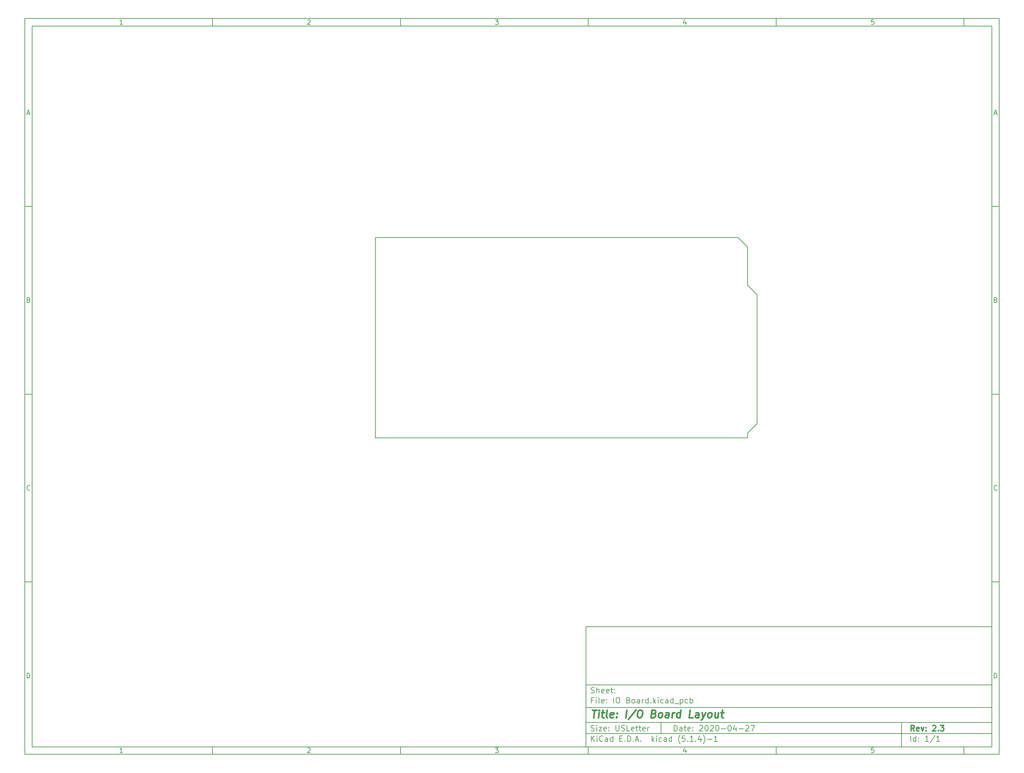
<source format=gbr>
G04 #@! TF.GenerationSoftware,KiCad,Pcbnew,(5.1.4)-1*
G04 #@! TF.CreationDate,2020-05-01T18:49:37-04:00*
G04 #@! TF.ProjectId,IO Board,494f2042-6f61-4726-942e-6b696361645f,2.3*
G04 #@! TF.SameCoordinates,Original*
G04 #@! TF.FileFunction,Profile,NP*
%FSLAX46Y46*%
G04 Gerber Fmt 4.6, Leading zero omitted, Abs format (unit mm)*
G04 Created by KiCad (PCBNEW (5.1.4)-1) date 2020-05-01 18:49:37*
%MOMM*%
%LPD*%
G04 APERTURE LIST*
%ADD10C,0.100000*%
%ADD11C,0.150000*%
%ADD12C,0.300000*%
%ADD13C,0.400000*%
G04 APERTURE END LIST*
D10*
D11*
X159400000Y-171900000D02*
X159400000Y-203900000D01*
X267400000Y-203900000D01*
X267400000Y-171900000D01*
X159400000Y-171900000D01*
D10*
D11*
X10000000Y-10000000D02*
X10000000Y-205900000D01*
X269400000Y-205900000D01*
X269400000Y-10000000D01*
X10000000Y-10000000D01*
D10*
D11*
X12000000Y-12000000D02*
X12000000Y-203900000D01*
X267400000Y-203900000D01*
X267400000Y-12000000D01*
X12000000Y-12000000D01*
D10*
D11*
X60000000Y-12000000D02*
X60000000Y-10000000D01*
D10*
D11*
X110000000Y-12000000D02*
X110000000Y-10000000D01*
D10*
D11*
X160000000Y-12000000D02*
X160000000Y-10000000D01*
D10*
D11*
X210000000Y-12000000D02*
X210000000Y-10000000D01*
D10*
D11*
X260000000Y-12000000D02*
X260000000Y-10000000D01*
D10*
D11*
X36065476Y-11588095D02*
X35322619Y-11588095D01*
X35694047Y-11588095D02*
X35694047Y-10288095D01*
X35570238Y-10473809D01*
X35446428Y-10597619D01*
X35322619Y-10659523D01*
D10*
D11*
X85322619Y-10411904D02*
X85384523Y-10350000D01*
X85508333Y-10288095D01*
X85817857Y-10288095D01*
X85941666Y-10350000D01*
X86003571Y-10411904D01*
X86065476Y-10535714D01*
X86065476Y-10659523D01*
X86003571Y-10845238D01*
X85260714Y-11588095D01*
X86065476Y-11588095D01*
D10*
D11*
X135260714Y-10288095D02*
X136065476Y-10288095D01*
X135632142Y-10783333D01*
X135817857Y-10783333D01*
X135941666Y-10845238D01*
X136003571Y-10907142D01*
X136065476Y-11030952D01*
X136065476Y-11340476D01*
X136003571Y-11464285D01*
X135941666Y-11526190D01*
X135817857Y-11588095D01*
X135446428Y-11588095D01*
X135322619Y-11526190D01*
X135260714Y-11464285D01*
D10*
D11*
X185941666Y-10721428D02*
X185941666Y-11588095D01*
X185632142Y-10226190D02*
X185322619Y-11154761D01*
X186127380Y-11154761D01*
D10*
D11*
X236003571Y-10288095D02*
X235384523Y-10288095D01*
X235322619Y-10907142D01*
X235384523Y-10845238D01*
X235508333Y-10783333D01*
X235817857Y-10783333D01*
X235941666Y-10845238D01*
X236003571Y-10907142D01*
X236065476Y-11030952D01*
X236065476Y-11340476D01*
X236003571Y-11464285D01*
X235941666Y-11526190D01*
X235817857Y-11588095D01*
X235508333Y-11588095D01*
X235384523Y-11526190D01*
X235322619Y-11464285D01*
D10*
D11*
X60000000Y-203900000D02*
X60000000Y-205900000D01*
D10*
D11*
X110000000Y-203900000D02*
X110000000Y-205900000D01*
D10*
D11*
X160000000Y-203900000D02*
X160000000Y-205900000D01*
D10*
D11*
X210000000Y-203900000D02*
X210000000Y-205900000D01*
D10*
D11*
X260000000Y-203900000D02*
X260000000Y-205900000D01*
D10*
D11*
X36065476Y-205488095D02*
X35322619Y-205488095D01*
X35694047Y-205488095D02*
X35694047Y-204188095D01*
X35570238Y-204373809D01*
X35446428Y-204497619D01*
X35322619Y-204559523D01*
D10*
D11*
X85322619Y-204311904D02*
X85384523Y-204250000D01*
X85508333Y-204188095D01*
X85817857Y-204188095D01*
X85941666Y-204250000D01*
X86003571Y-204311904D01*
X86065476Y-204435714D01*
X86065476Y-204559523D01*
X86003571Y-204745238D01*
X85260714Y-205488095D01*
X86065476Y-205488095D01*
D10*
D11*
X135260714Y-204188095D02*
X136065476Y-204188095D01*
X135632142Y-204683333D01*
X135817857Y-204683333D01*
X135941666Y-204745238D01*
X136003571Y-204807142D01*
X136065476Y-204930952D01*
X136065476Y-205240476D01*
X136003571Y-205364285D01*
X135941666Y-205426190D01*
X135817857Y-205488095D01*
X135446428Y-205488095D01*
X135322619Y-205426190D01*
X135260714Y-205364285D01*
D10*
D11*
X185941666Y-204621428D02*
X185941666Y-205488095D01*
X185632142Y-204126190D02*
X185322619Y-205054761D01*
X186127380Y-205054761D01*
D10*
D11*
X236003571Y-204188095D02*
X235384523Y-204188095D01*
X235322619Y-204807142D01*
X235384523Y-204745238D01*
X235508333Y-204683333D01*
X235817857Y-204683333D01*
X235941666Y-204745238D01*
X236003571Y-204807142D01*
X236065476Y-204930952D01*
X236065476Y-205240476D01*
X236003571Y-205364285D01*
X235941666Y-205426190D01*
X235817857Y-205488095D01*
X235508333Y-205488095D01*
X235384523Y-205426190D01*
X235322619Y-205364285D01*
D10*
D11*
X10000000Y-60000000D02*
X12000000Y-60000000D01*
D10*
D11*
X10000000Y-110000000D02*
X12000000Y-110000000D01*
D10*
D11*
X10000000Y-160000000D02*
X12000000Y-160000000D01*
D10*
D11*
X10690476Y-35216666D02*
X11309523Y-35216666D01*
X10566666Y-35588095D02*
X11000000Y-34288095D01*
X11433333Y-35588095D01*
D10*
D11*
X11092857Y-84907142D02*
X11278571Y-84969047D01*
X11340476Y-85030952D01*
X11402380Y-85154761D01*
X11402380Y-85340476D01*
X11340476Y-85464285D01*
X11278571Y-85526190D01*
X11154761Y-85588095D01*
X10659523Y-85588095D01*
X10659523Y-84288095D01*
X11092857Y-84288095D01*
X11216666Y-84350000D01*
X11278571Y-84411904D01*
X11340476Y-84535714D01*
X11340476Y-84659523D01*
X11278571Y-84783333D01*
X11216666Y-84845238D01*
X11092857Y-84907142D01*
X10659523Y-84907142D01*
D10*
D11*
X11402380Y-135464285D02*
X11340476Y-135526190D01*
X11154761Y-135588095D01*
X11030952Y-135588095D01*
X10845238Y-135526190D01*
X10721428Y-135402380D01*
X10659523Y-135278571D01*
X10597619Y-135030952D01*
X10597619Y-134845238D01*
X10659523Y-134597619D01*
X10721428Y-134473809D01*
X10845238Y-134350000D01*
X11030952Y-134288095D01*
X11154761Y-134288095D01*
X11340476Y-134350000D01*
X11402380Y-134411904D01*
D10*
D11*
X10659523Y-185588095D02*
X10659523Y-184288095D01*
X10969047Y-184288095D01*
X11154761Y-184350000D01*
X11278571Y-184473809D01*
X11340476Y-184597619D01*
X11402380Y-184845238D01*
X11402380Y-185030952D01*
X11340476Y-185278571D01*
X11278571Y-185402380D01*
X11154761Y-185526190D01*
X10969047Y-185588095D01*
X10659523Y-185588095D01*
D10*
D11*
X269400000Y-60000000D02*
X267400000Y-60000000D01*
D10*
D11*
X269400000Y-110000000D02*
X267400000Y-110000000D01*
D10*
D11*
X269400000Y-160000000D02*
X267400000Y-160000000D01*
D10*
D11*
X268090476Y-35216666D02*
X268709523Y-35216666D01*
X267966666Y-35588095D02*
X268400000Y-34288095D01*
X268833333Y-35588095D01*
D10*
D11*
X268492857Y-84907142D02*
X268678571Y-84969047D01*
X268740476Y-85030952D01*
X268802380Y-85154761D01*
X268802380Y-85340476D01*
X268740476Y-85464285D01*
X268678571Y-85526190D01*
X268554761Y-85588095D01*
X268059523Y-85588095D01*
X268059523Y-84288095D01*
X268492857Y-84288095D01*
X268616666Y-84350000D01*
X268678571Y-84411904D01*
X268740476Y-84535714D01*
X268740476Y-84659523D01*
X268678571Y-84783333D01*
X268616666Y-84845238D01*
X268492857Y-84907142D01*
X268059523Y-84907142D01*
D10*
D11*
X268802380Y-135464285D02*
X268740476Y-135526190D01*
X268554761Y-135588095D01*
X268430952Y-135588095D01*
X268245238Y-135526190D01*
X268121428Y-135402380D01*
X268059523Y-135278571D01*
X267997619Y-135030952D01*
X267997619Y-134845238D01*
X268059523Y-134597619D01*
X268121428Y-134473809D01*
X268245238Y-134350000D01*
X268430952Y-134288095D01*
X268554761Y-134288095D01*
X268740476Y-134350000D01*
X268802380Y-134411904D01*
D10*
D11*
X268059523Y-185588095D02*
X268059523Y-184288095D01*
X268369047Y-184288095D01*
X268554761Y-184350000D01*
X268678571Y-184473809D01*
X268740476Y-184597619D01*
X268802380Y-184845238D01*
X268802380Y-185030952D01*
X268740476Y-185278571D01*
X268678571Y-185402380D01*
X268554761Y-185526190D01*
X268369047Y-185588095D01*
X268059523Y-185588095D01*
D10*
D11*
X182832142Y-199678571D02*
X182832142Y-198178571D01*
X183189285Y-198178571D01*
X183403571Y-198250000D01*
X183546428Y-198392857D01*
X183617857Y-198535714D01*
X183689285Y-198821428D01*
X183689285Y-199035714D01*
X183617857Y-199321428D01*
X183546428Y-199464285D01*
X183403571Y-199607142D01*
X183189285Y-199678571D01*
X182832142Y-199678571D01*
X184975000Y-199678571D02*
X184975000Y-198892857D01*
X184903571Y-198750000D01*
X184760714Y-198678571D01*
X184475000Y-198678571D01*
X184332142Y-198750000D01*
X184975000Y-199607142D02*
X184832142Y-199678571D01*
X184475000Y-199678571D01*
X184332142Y-199607142D01*
X184260714Y-199464285D01*
X184260714Y-199321428D01*
X184332142Y-199178571D01*
X184475000Y-199107142D01*
X184832142Y-199107142D01*
X184975000Y-199035714D01*
X185475000Y-198678571D02*
X186046428Y-198678571D01*
X185689285Y-198178571D02*
X185689285Y-199464285D01*
X185760714Y-199607142D01*
X185903571Y-199678571D01*
X186046428Y-199678571D01*
X187117857Y-199607142D02*
X186975000Y-199678571D01*
X186689285Y-199678571D01*
X186546428Y-199607142D01*
X186475000Y-199464285D01*
X186475000Y-198892857D01*
X186546428Y-198750000D01*
X186689285Y-198678571D01*
X186975000Y-198678571D01*
X187117857Y-198750000D01*
X187189285Y-198892857D01*
X187189285Y-199035714D01*
X186475000Y-199178571D01*
X187832142Y-199535714D02*
X187903571Y-199607142D01*
X187832142Y-199678571D01*
X187760714Y-199607142D01*
X187832142Y-199535714D01*
X187832142Y-199678571D01*
X187832142Y-198750000D02*
X187903571Y-198821428D01*
X187832142Y-198892857D01*
X187760714Y-198821428D01*
X187832142Y-198750000D01*
X187832142Y-198892857D01*
X189617857Y-198321428D02*
X189689285Y-198250000D01*
X189832142Y-198178571D01*
X190189285Y-198178571D01*
X190332142Y-198250000D01*
X190403571Y-198321428D01*
X190475000Y-198464285D01*
X190475000Y-198607142D01*
X190403571Y-198821428D01*
X189546428Y-199678571D01*
X190475000Y-199678571D01*
X191403571Y-198178571D02*
X191546428Y-198178571D01*
X191689285Y-198250000D01*
X191760714Y-198321428D01*
X191832142Y-198464285D01*
X191903571Y-198750000D01*
X191903571Y-199107142D01*
X191832142Y-199392857D01*
X191760714Y-199535714D01*
X191689285Y-199607142D01*
X191546428Y-199678571D01*
X191403571Y-199678571D01*
X191260714Y-199607142D01*
X191189285Y-199535714D01*
X191117857Y-199392857D01*
X191046428Y-199107142D01*
X191046428Y-198750000D01*
X191117857Y-198464285D01*
X191189285Y-198321428D01*
X191260714Y-198250000D01*
X191403571Y-198178571D01*
X192475000Y-198321428D02*
X192546428Y-198250000D01*
X192689285Y-198178571D01*
X193046428Y-198178571D01*
X193189285Y-198250000D01*
X193260714Y-198321428D01*
X193332142Y-198464285D01*
X193332142Y-198607142D01*
X193260714Y-198821428D01*
X192403571Y-199678571D01*
X193332142Y-199678571D01*
X194260714Y-198178571D02*
X194403571Y-198178571D01*
X194546428Y-198250000D01*
X194617857Y-198321428D01*
X194689285Y-198464285D01*
X194760714Y-198750000D01*
X194760714Y-199107142D01*
X194689285Y-199392857D01*
X194617857Y-199535714D01*
X194546428Y-199607142D01*
X194403571Y-199678571D01*
X194260714Y-199678571D01*
X194117857Y-199607142D01*
X194046428Y-199535714D01*
X193975000Y-199392857D01*
X193903571Y-199107142D01*
X193903571Y-198750000D01*
X193975000Y-198464285D01*
X194046428Y-198321428D01*
X194117857Y-198250000D01*
X194260714Y-198178571D01*
X195403571Y-199107142D02*
X196546428Y-199107142D01*
X197546428Y-198178571D02*
X197689285Y-198178571D01*
X197832142Y-198250000D01*
X197903571Y-198321428D01*
X197975000Y-198464285D01*
X198046428Y-198750000D01*
X198046428Y-199107142D01*
X197975000Y-199392857D01*
X197903571Y-199535714D01*
X197832142Y-199607142D01*
X197689285Y-199678571D01*
X197546428Y-199678571D01*
X197403571Y-199607142D01*
X197332142Y-199535714D01*
X197260714Y-199392857D01*
X197189285Y-199107142D01*
X197189285Y-198750000D01*
X197260714Y-198464285D01*
X197332142Y-198321428D01*
X197403571Y-198250000D01*
X197546428Y-198178571D01*
X199332142Y-198678571D02*
X199332142Y-199678571D01*
X198975000Y-198107142D02*
X198617857Y-199178571D01*
X199546428Y-199178571D01*
X200117857Y-199107142D02*
X201260714Y-199107142D01*
X201903571Y-198321428D02*
X201975000Y-198250000D01*
X202117857Y-198178571D01*
X202475000Y-198178571D01*
X202617857Y-198250000D01*
X202689285Y-198321428D01*
X202760714Y-198464285D01*
X202760714Y-198607142D01*
X202689285Y-198821428D01*
X201832142Y-199678571D01*
X202760714Y-199678571D01*
X203260714Y-198178571D02*
X204260714Y-198178571D01*
X203617857Y-199678571D01*
D10*
D11*
X159400000Y-200400000D02*
X267400000Y-200400000D01*
D10*
D11*
X160832142Y-202478571D02*
X160832142Y-200978571D01*
X161689285Y-202478571D02*
X161046428Y-201621428D01*
X161689285Y-200978571D02*
X160832142Y-201835714D01*
X162332142Y-202478571D02*
X162332142Y-201478571D01*
X162332142Y-200978571D02*
X162260714Y-201050000D01*
X162332142Y-201121428D01*
X162403571Y-201050000D01*
X162332142Y-200978571D01*
X162332142Y-201121428D01*
X163903571Y-202335714D02*
X163832142Y-202407142D01*
X163617857Y-202478571D01*
X163475000Y-202478571D01*
X163260714Y-202407142D01*
X163117857Y-202264285D01*
X163046428Y-202121428D01*
X162975000Y-201835714D01*
X162975000Y-201621428D01*
X163046428Y-201335714D01*
X163117857Y-201192857D01*
X163260714Y-201050000D01*
X163475000Y-200978571D01*
X163617857Y-200978571D01*
X163832142Y-201050000D01*
X163903571Y-201121428D01*
X165189285Y-202478571D02*
X165189285Y-201692857D01*
X165117857Y-201550000D01*
X164975000Y-201478571D01*
X164689285Y-201478571D01*
X164546428Y-201550000D01*
X165189285Y-202407142D02*
X165046428Y-202478571D01*
X164689285Y-202478571D01*
X164546428Y-202407142D01*
X164475000Y-202264285D01*
X164475000Y-202121428D01*
X164546428Y-201978571D01*
X164689285Y-201907142D01*
X165046428Y-201907142D01*
X165189285Y-201835714D01*
X166546428Y-202478571D02*
X166546428Y-200978571D01*
X166546428Y-202407142D02*
X166403571Y-202478571D01*
X166117857Y-202478571D01*
X165975000Y-202407142D01*
X165903571Y-202335714D01*
X165832142Y-202192857D01*
X165832142Y-201764285D01*
X165903571Y-201621428D01*
X165975000Y-201550000D01*
X166117857Y-201478571D01*
X166403571Y-201478571D01*
X166546428Y-201550000D01*
X168403571Y-201692857D02*
X168903571Y-201692857D01*
X169117857Y-202478571D02*
X168403571Y-202478571D01*
X168403571Y-200978571D01*
X169117857Y-200978571D01*
X169760714Y-202335714D02*
X169832142Y-202407142D01*
X169760714Y-202478571D01*
X169689285Y-202407142D01*
X169760714Y-202335714D01*
X169760714Y-202478571D01*
X170475000Y-202478571D02*
X170475000Y-200978571D01*
X170832142Y-200978571D01*
X171046428Y-201050000D01*
X171189285Y-201192857D01*
X171260714Y-201335714D01*
X171332142Y-201621428D01*
X171332142Y-201835714D01*
X171260714Y-202121428D01*
X171189285Y-202264285D01*
X171046428Y-202407142D01*
X170832142Y-202478571D01*
X170475000Y-202478571D01*
X171975000Y-202335714D02*
X172046428Y-202407142D01*
X171975000Y-202478571D01*
X171903571Y-202407142D01*
X171975000Y-202335714D01*
X171975000Y-202478571D01*
X172617857Y-202050000D02*
X173332142Y-202050000D01*
X172475000Y-202478571D02*
X172975000Y-200978571D01*
X173475000Y-202478571D01*
X173975000Y-202335714D02*
X174046428Y-202407142D01*
X173975000Y-202478571D01*
X173903571Y-202407142D01*
X173975000Y-202335714D01*
X173975000Y-202478571D01*
X176975000Y-202478571D02*
X176975000Y-200978571D01*
X177117857Y-201907142D02*
X177546428Y-202478571D01*
X177546428Y-201478571D02*
X176975000Y-202050000D01*
X178189285Y-202478571D02*
X178189285Y-201478571D01*
X178189285Y-200978571D02*
X178117857Y-201050000D01*
X178189285Y-201121428D01*
X178260714Y-201050000D01*
X178189285Y-200978571D01*
X178189285Y-201121428D01*
X179546428Y-202407142D02*
X179403571Y-202478571D01*
X179117857Y-202478571D01*
X178975000Y-202407142D01*
X178903571Y-202335714D01*
X178832142Y-202192857D01*
X178832142Y-201764285D01*
X178903571Y-201621428D01*
X178975000Y-201550000D01*
X179117857Y-201478571D01*
X179403571Y-201478571D01*
X179546428Y-201550000D01*
X180832142Y-202478571D02*
X180832142Y-201692857D01*
X180760714Y-201550000D01*
X180617857Y-201478571D01*
X180332142Y-201478571D01*
X180189285Y-201550000D01*
X180832142Y-202407142D02*
X180689285Y-202478571D01*
X180332142Y-202478571D01*
X180189285Y-202407142D01*
X180117857Y-202264285D01*
X180117857Y-202121428D01*
X180189285Y-201978571D01*
X180332142Y-201907142D01*
X180689285Y-201907142D01*
X180832142Y-201835714D01*
X182189285Y-202478571D02*
X182189285Y-200978571D01*
X182189285Y-202407142D02*
X182046428Y-202478571D01*
X181760714Y-202478571D01*
X181617857Y-202407142D01*
X181546428Y-202335714D01*
X181475000Y-202192857D01*
X181475000Y-201764285D01*
X181546428Y-201621428D01*
X181617857Y-201550000D01*
X181760714Y-201478571D01*
X182046428Y-201478571D01*
X182189285Y-201550000D01*
X184475000Y-203050000D02*
X184403571Y-202978571D01*
X184260714Y-202764285D01*
X184189285Y-202621428D01*
X184117857Y-202407142D01*
X184046428Y-202050000D01*
X184046428Y-201764285D01*
X184117857Y-201407142D01*
X184189285Y-201192857D01*
X184260714Y-201050000D01*
X184403571Y-200835714D01*
X184475000Y-200764285D01*
X185760714Y-200978571D02*
X185046428Y-200978571D01*
X184975000Y-201692857D01*
X185046428Y-201621428D01*
X185189285Y-201550000D01*
X185546428Y-201550000D01*
X185689285Y-201621428D01*
X185760714Y-201692857D01*
X185832142Y-201835714D01*
X185832142Y-202192857D01*
X185760714Y-202335714D01*
X185689285Y-202407142D01*
X185546428Y-202478571D01*
X185189285Y-202478571D01*
X185046428Y-202407142D01*
X184975000Y-202335714D01*
X186475000Y-202335714D02*
X186546428Y-202407142D01*
X186475000Y-202478571D01*
X186403571Y-202407142D01*
X186475000Y-202335714D01*
X186475000Y-202478571D01*
X187975000Y-202478571D02*
X187117857Y-202478571D01*
X187546428Y-202478571D02*
X187546428Y-200978571D01*
X187403571Y-201192857D01*
X187260714Y-201335714D01*
X187117857Y-201407142D01*
X188617857Y-202335714D02*
X188689285Y-202407142D01*
X188617857Y-202478571D01*
X188546428Y-202407142D01*
X188617857Y-202335714D01*
X188617857Y-202478571D01*
X189975000Y-201478571D02*
X189975000Y-202478571D01*
X189617857Y-200907142D02*
X189260714Y-201978571D01*
X190189285Y-201978571D01*
X190617857Y-203050000D02*
X190689285Y-202978571D01*
X190832142Y-202764285D01*
X190903571Y-202621428D01*
X190975000Y-202407142D01*
X191046428Y-202050000D01*
X191046428Y-201764285D01*
X190975000Y-201407142D01*
X190903571Y-201192857D01*
X190832142Y-201050000D01*
X190689285Y-200835714D01*
X190617857Y-200764285D01*
X191760714Y-201907142D02*
X192903571Y-201907142D01*
X194403571Y-202478571D02*
X193546428Y-202478571D01*
X193975000Y-202478571D02*
X193975000Y-200978571D01*
X193832142Y-201192857D01*
X193689285Y-201335714D01*
X193546428Y-201407142D01*
D10*
D11*
X159400000Y-197400000D02*
X267400000Y-197400000D01*
D10*
D12*
X246809285Y-199678571D02*
X246309285Y-198964285D01*
X245952142Y-199678571D02*
X245952142Y-198178571D01*
X246523571Y-198178571D01*
X246666428Y-198250000D01*
X246737857Y-198321428D01*
X246809285Y-198464285D01*
X246809285Y-198678571D01*
X246737857Y-198821428D01*
X246666428Y-198892857D01*
X246523571Y-198964285D01*
X245952142Y-198964285D01*
X248023571Y-199607142D02*
X247880714Y-199678571D01*
X247595000Y-199678571D01*
X247452142Y-199607142D01*
X247380714Y-199464285D01*
X247380714Y-198892857D01*
X247452142Y-198750000D01*
X247595000Y-198678571D01*
X247880714Y-198678571D01*
X248023571Y-198750000D01*
X248095000Y-198892857D01*
X248095000Y-199035714D01*
X247380714Y-199178571D01*
X248595000Y-198678571D02*
X248952142Y-199678571D01*
X249309285Y-198678571D01*
X249880714Y-199535714D02*
X249952142Y-199607142D01*
X249880714Y-199678571D01*
X249809285Y-199607142D01*
X249880714Y-199535714D01*
X249880714Y-199678571D01*
X249880714Y-198750000D02*
X249952142Y-198821428D01*
X249880714Y-198892857D01*
X249809285Y-198821428D01*
X249880714Y-198750000D01*
X249880714Y-198892857D01*
X251666428Y-198321428D02*
X251737857Y-198250000D01*
X251880714Y-198178571D01*
X252237857Y-198178571D01*
X252380714Y-198250000D01*
X252452142Y-198321428D01*
X252523571Y-198464285D01*
X252523571Y-198607142D01*
X252452142Y-198821428D01*
X251595000Y-199678571D01*
X252523571Y-199678571D01*
X253166428Y-199535714D02*
X253237857Y-199607142D01*
X253166428Y-199678571D01*
X253095000Y-199607142D01*
X253166428Y-199535714D01*
X253166428Y-199678571D01*
X253737857Y-198178571D02*
X254666428Y-198178571D01*
X254166428Y-198750000D01*
X254380714Y-198750000D01*
X254523571Y-198821428D01*
X254595000Y-198892857D01*
X254666428Y-199035714D01*
X254666428Y-199392857D01*
X254595000Y-199535714D01*
X254523571Y-199607142D01*
X254380714Y-199678571D01*
X253952142Y-199678571D01*
X253809285Y-199607142D01*
X253737857Y-199535714D01*
D10*
D11*
X160760714Y-199607142D02*
X160975000Y-199678571D01*
X161332142Y-199678571D01*
X161475000Y-199607142D01*
X161546428Y-199535714D01*
X161617857Y-199392857D01*
X161617857Y-199250000D01*
X161546428Y-199107142D01*
X161475000Y-199035714D01*
X161332142Y-198964285D01*
X161046428Y-198892857D01*
X160903571Y-198821428D01*
X160832142Y-198750000D01*
X160760714Y-198607142D01*
X160760714Y-198464285D01*
X160832142Y-198321428D01*
X160903571Y-198250000D01*
X161046428Y-198178571D01*
X161403571Y-198178571D01*
X161617857Y-198250000D01*
X162260714Y-199678571D02*
X162260714Y-198678571D01*
X162260714Y-198178571D02*
X162189285Y-198250000D01*
X162260714Y-198321428D01*
X162332142Y-198250000D01*
X162260714Y-198178571D01*
X162260714Y-198321428D01*
X162832142Y-198678571D02*
X163617857Y-198678571D01*
X162832142Y-199678571D01*
X163617857Y-199678571D01*
X164760714Y-199607142D02*
X164617857Y-199678571D01*
X164332142Y-199678571D01*
X164189285Y-199607142D01*
X164117857Y-199464285D01*
X164117857Y-198892857D01*
X164189285Y-198750000D01*
X164332142Y-198678571D01*
X164617857Y-198678571D01*
X164760714Y-198750000D01*
X164832142Y-198892857D01*
X164832142Y-199035714D01*
X164117857Y-199178571D01*
X165475000Y-199535714D02*
X165546428Y-199607142D01*
X165475000Y-199678571D01*
X165403571Y-199607142D01*
X165475000Y-199535714D01*
X165475000Y-199678571D01*
X165475000Y-198750000D02*
X165546428Y-198821428D01*
X165475000Y-198892857D01*
X165403571Y-198821428D01*
X165475000Y-198750000D01*
X165475000Y-198892857D01*
X167332142Y-198178571D02*
X167332142Y-199392857D01*
X167403571Y-199535714D01*
X167475000Y-199607142D01*
X167617857Y-199678571D01*
X167903571Y-199678571D01*
X168046428Y-199607142D01*
X168117857Y-199535714D01*
X168189285Y-199392857D01*
X168189285Y-198178571D01*
X168832142Y-199607142D02*
X169046428Y-199678571D01*
X169403571Y-199678571D01*
X169546428Y-199607142D01*
X169617857Y-199535714D01*
X169689285Y-199392857D01*
X169689285Y-199250000D01*
X169617857Y-199107142D01*
X169546428Y-199035714D01*
X169403571Y-198964285D01*
X169117857Y-198892857D01*
X168975000Y-198821428D01*
X168903571Y-198750000D01*
X168832142Y-198607142D01*
X168832142Y-198464285D01*
X168903571Y-198321428D01*
X168975000Y-198250000D01*
X169117857Y-198178571D01*
X169475000Y-198178571D01*
X169689285Y-198250000D01*
X171046428Y-199678571D02*
X170332142Y-199678571D01*
X170332142Y-198178571D01*
X172117857Y-199607142D02*
X171975000Y-199678571D01*
X171689285Y-199678571D01*
X171546428Y-199607142D01*
X171475000Y-199464285D01*
X171475000Y-198892857D01*
X171546428Y-198750000D01*
X171689285Y-198678571D01*
X171975000Y-198678571D01*
X172117857Y-198750000D01*
X172189285Y-198892857D01*
X172189285Y-199035714D01*
X171475000Y-199178571D01*
X172617857Y-198678571D02*
X173189285Y-198678571D01*
X172832142Y-198178571D02*
X172832142Y-199464285D01*
X172903571Y-199607142D01*
X173046428Y-199678571D01*
X173189285Y-199678571D01*
X173475000Y-198678571D02*
X174046428Y-198678571D01*
X173689285Y-198178571D02*
X173689285Y-199464285D01*
X173760714Y-199607142D01*
X173903571Y-199678571D01*
X174046428Y-199678571D01*
X175117857Y-199607142D02*
X174975000Y-199678571D01*
X174689285Y-199678571D01*
X174546428Y-199607142D01*
X174475000Y-199464285D01*
X174475000Y-198892857D01*
X174546428Y-198750000D01*
X174689285Y-198678571D01*
X174975000Y-198678571D01*
X175117857Y-198750000D01*
X175189285Y-198892857D01*
X175189285Y-199035714D01*
X174475000Y-199178571D01*
X175832142Y-199678571D02*
X175832142Y-198678571D01*
X175832142Y-198964285D02*
X175903571Y-198821428D01*
X175975000Y-198750000D01*
X176117857Y-198678571D01*
X176260714Y-198678571D01*
D10*
D11*
X245832142Y-202478571D02*
X245832142Y-200978571D01*
X247189285Y-202478571D02*
X247189285Y-200978571D01*
X247189285Y-202407142D02*
X247046428Y-202478571D01*
X246760714Y-202478571D01*
X246617857Y-202407142D01*
X246546428Y-202335714D01*
X246475000Y-202192857D01*
X246475000Y-201764285D01*
X246546428Y-201621428D01*
X246617857Y-201550000D01*
X246760714Y-201478571D01*
X247046428Y-201478571D01*
X247189285Y-201550000D01*
X247903571Y-202335714D02*
X247975000Y-202407142D01*
X247903571Y-202478571D01*
X247832142Y-202407142D01*
X247903571Y-202335714D01*
X247903571Y-202478571D01*
X247903571Y-201550000D02*
X247975000Y-201621428D01*
X247903571Y-201692857D01*
X247832142Y-201621428D01*
X247903571Y-201550000D01*
X247903571Y-201692857D01*
X250546428Y-202478571D02*
X249689285Y-202478571D01*
X250117857Y-202478571D02*
X250117857Y-200978571D01*
X249975000Y-201192857D01*
X249832142Y-201335714D01*
X249689285Y-201407142D01*
X252260714Y-200907142D02*
X250975000Y-202835714D01*
X253546428Y-202478571D02*
X252689285Y-202478571D01*
X253117857Y-202478571D02*
X253117857Y-200978571D01*
X252975000Y-201192857D01*
X252832142Y-201335714D01*
X252689285Y-201407142D01*
D10*
D11*
X159400000Y-193400000D02*
X267400000Y-193400000D01*
D10*
D13*
X161112380Y-194104761D02*
X162255238Y-194104761D01*
X161433809Y-196104761D02*
X161683809Y-194104761D01*
X162671904Y-196104761D02*
X162838571Y-194771428D01*
X162921904Y-194104761D02*
X162814761Y-194200000D01*
X162898095Y-194295238D01*
X163005238Y-194200000D01*
X162921904Y-194104761D01*
X162898095Y-194295238D01*
X163505238Y-194771428D02*
X164267142Y-194771428D01*
X163874285Y-194104761D02*
X163660000Y-195819047D01*
X163731428Y-196009523D01*
X163910000Y-196104761D01*
X164100476Y-196104761D01*
X165052857Y-196104761D02*
X164874285Y-196009523D01*
X164802857Y-195819047D01*
X165017142Y-194104761D01*
X166588571Y-196009523D02*
X166386190Y-196104761D01*
X166005238Y-196104761D01*
X165826666Y-196009523D01*
X165755238Y-195819047D01*
X165850476Y-195057142D01*
X165969523Y-194866666D01*
X166171904Y-194771428D01*
X166552857Y-194771428D01*
X166731428Y-194866666D01*
X166802857Y-195057142D01*
X166779047Y-195247619D01*
X165802857Y-195438095D01*
X167552857Y-195914285D02*
X167636190Y-196009523D01*
X167529047Y-196104761D01*
X167445714Y-196009523D01*
X167552857Y-195914285D01*
X167529047Y-196104761D01*
X167683809Y-194866666D02*
X167767142Y-194961904D01*
X167660000Y-195057142D01*
X167576666Y-194961904D01*
X167683809Y-194866666D01*
X167660000Y-195057142D01*
X170005238Y-196104761D02*
X170255238Y-194104761D01*
X172648095Y-194009523D02*
X170612380Y-196580952D01*
X173683809Y-194104761D02*
X174064761Y-194104761D01*
X174243333Y-194200000D01*
X174410000Y-194390476D01*
X174457619Y-194771428D01*
X174374285Y-195438095D01*
X174231428Y-195819047D01*
X174017142Y-196009523D01*
X173814761Y-196104761D01*
X173433809Y-196104761D01*
X173255238Y-196009523D01*
X173088571Y-195819047D01*
X173040952Y-195438095D01*
X173124285Y-194771428D01*
X173267142Y-194390476D01*
X173481428Y-194200000D01*
X173683809Y-194104761D01*
X177469523Y-195057142D02*
X177743333Y-195152380D01*
X177826666Y-195247619D01*
X177898095Y-195438095D01*
X177862380Y-195723809D01*
X177743333Y-195914285D01*
X177636190Y-196009523D01*
X177433809Y-196104761D01*
X176671904Y-196104761D01*
X176921904Y-194104761D01*
X177588571Y-194104761D01*
X177767142Y-194200000D01*
X177850476Y-194295238D01*
X177921904Y-194485714D01*
X177898095Y-194676190D01*
X177779047Y-194866666D01*
X177671904Y-194961904D01*
X177469523Y-195057142D01*
X176802857Y-195057142D01*
X178957619Y-196104761D02*
X178779047Y-196009523D01*
X178695714Y-195914285D01*
X178624285Y-195723809D01*
X178695714Y-195152380D01*
X178814761Y-194961904D01*
X178921904Y-194866666D01*
X179124285Y-194771428D01*
X179410000Y-194771428D01*
X179588571Y-194866666D01*
X179671904Y-194961904D01*
X179743333Y-195152380D01*
X179671904Y-195723809D01*
X179552857Y-195914285D01*
X179445714Y-196009523D01*
X179243333Y-196104761D01*
X178957619Y-196104761D01*
X181338571Y-196104761D02*
X181469523Y-195057142D01*
X181398095Y-194866666D01*
X181219523Y-194771428D01*
X180838571Y-194771428D01*
X180636190Y-194866666D01*
X181350476Y-196009523D02*
X181148095Y-196104761D01*
X180671904Y-196104761D01*
X180493333Y-196009523D01*
X180421904Y-195819047D01*
X180445714Y-195628571D01*
X180564761Y-195438095D01*
X180767142Y-195342857D01*
X181243333Y-195342857D01*
X181445714Y-195247619D01*
X182290952Y-196104761D02*
X182457619Y-194771428D01*
X182410000Y-195152380D02*
X182529047Y-194961904D01*
X182636190Y-194866666D01*
X182838571Y-194771428D01*
X183029047Y-194771428D01*
X184386190Y-196104761D02*
X184636190Y-194104761D01*
X184398095Y-196009523D02*
X184195714Y-196104761D01*
X183814761Y-196104761D01*
X183636190Y-196009523D01*
X183552857Y-195914285D01*
X183481428Y-195723809D01*
X183552857Y-195152380D01*
X183671904Y-194961904D01*
X183779047Y-194866666D01*
X183981428Y-194771428D01*
X184362380Y-194771428D01*
X184540952Y-194866666D01*
X187814761Y-196104761D02*
X186862380Y-196104761D01*
X187112380Y-194104761D01*
X189338571Y-196104761D02*
X189469523Y-195057142D01*
X189398095Y-194866666D01*
X189219523Y-194771428D01*
X188838571Y-194771428D01*
X188636190Y-194866666D01*
X189350476Y-196009523D02*
X189148095Y-196104761D01*
X188671904Y-196104761D01*
X188493333Y-196009523D01*
X188421904Y-195819047D01*
X188445714Y-195628571D01*
X188564761Y-195438095D01*
X188767142Y-195342857D01*
X189243333Y-195342857D01*
X189445714Y-195247619D01*
X190267142Y-194771428D02*
X190576666Y-196104761D01*
X191219523Y-194771428D02*
X190576666Y-196104761D01*
X190326666Y-196580952D01*
X190219523Y-196676190D01*
X190017142Y-196771428D01*
X192100476Y-196104761D02*
X191921904Y-196009523D01*
X191838571Y-195914285D01*
X191767142Y-195723809D01*
X191838571Y-195152380D01*
X191957619Y-194961904D01*
X192064761Y-194866666D01*
X192267142Y-194771428D01*
X192552857Y-194771428D01*
X192731428Y-194866666D01*
X192814761Y-194961904D01*
X192886190Y-195152380D01*
X192814761Y-195723809D01*
X192695714Y-195914285D01*
X192588571Y-196009523D01*
X192386190Y-196104761D01*
X192100476Y-196104761D01*
X194648095Y-194771428D02*
X194481428Y-196104761D01*
X193790952Y-194771428D02*
X193660000Y-195819047D01*
X193731428Y-196009523D01*
X193910000Y-196104761D01*
X194195714Y-196104761D01*
X194398095Y-196009523D01*
X194505238Y-195914285D01*
X195314761Y-194771428D02*
X196076666Y-194771428D01*
X195683809Y-194104761D02*
X195469523Y-195819047D01*
X195540952Y-196009523D01*
X195719523Y-196104761D01*
X195910000Y-196104761D01*
D10*
D11*
X161332142Y-191492857D02*
X160832142Y-191492857D01*
X160832142Y-192278571D02*
X160832142Y-190778571D01*
X161546428Y-190778571D01*
X162117857Y-192278571D02*
X162117857Y-191278571D01*
X162117857Y-190778571D02*
X162046428Y-190850000D01*
X162117857Y-190921428D01*
X162189285Y-190850000D01*
X162117857Y-190778571D01*
X162117857Y-190921428D01*
X163046428Y-192278571D02*
X162903571Y-192207142D01*
X162832142Y-192064285D01*
X162832142Y-190778571D01*
X164189285Y-192207142D02*
X164046428Y-192278571D01*
X163760714Y-192278571D01*
X163617857Y-192207142D01*
X163546428Y-192064285D01*
X163546428Y-191492857D01*
X163617857Y-191350000D01*
X163760714Y-191278571D01*
X164046428Y-191278571D01*
X164189285Y-191350000D01*
X164260714Y-191492857D01*
X164260714Y-191635714D01*
X163546428Y-191778571D01*
X164903571Y-192135714D02*
X164975000Y-192207142D01*
X164903571Y-192278571D01*
X164832142Y-192207142D01*
X164903571Y-192135714D01*
X164903571Y-192278571D01*
X164903571Y-191350000D02*
X164975000Y-191421428D01*
X164903571Y-191492857D01*
X164832142Y-191421428D01*
X164903571Y-191350000D01*
X164903571Y-191492857D01*
X166760714Y-192278571D02*
X166760714Y-190778571D01*
X167760714Y-190778571D02*
X168046428Y-190778571D01*
X168189285Y-190850000D01*
X168332142Y-190992857D01*
X168403571Y-191278571D01*
X168403571Y-191778571D01*
X168332142Y-192064285D01*
X168189285Y-192207142D01*
X168046428Y-192278571D01*
X167760714Y-192278571D01*
X167617857Y-192207142D01*
X167475000Y-192064285D01*
X167403571Y-191778571D01*
X167403571Y-191278571D01*
X167475000Y-190992857D01*
X167617857Y-190850000D01*
X167760714Y-190778571D01*
X170689285Y-191492857D02*
X170903571Y-191564285D01*
X170975000Y-191635714D01*
X171046428Y-191778571D01*
X171046428Y-191992857D01*
X170975000Y-192135714D01*
X170903571Y-192207142D01*
X170760714Y-192278571D01*
X170189285Y-192278571D01*
X170189285Y-190778571D01*
X170689285Y-190778571D01*
X170832142Y-190850000D01*
X170903571Y-190921428D01*
X170975000Y-191064285D01*
X170975000Y-191207142D01*
X170903571Y-191350000D01*
X170832142Y-191421428D01*
X170689285Y-191492857D01*
X170189285Y-191492857D01*
X171903571Y-192278571D02*
X171760714Y-192207142D01*
X171689285Y-192135714D01*
X171617857Y-191992857D01*
X171617857Y-191564285D01*
X171689285Y-191421428D01*
X171760714Y-191350000D01*
X171903571Y-191278571D01*
X172117857Y-191278571D01*
X172260714Y-191350000D01*
X172332142Y-191421428D01*
X172403571Y-191564285D01*
X172403571Y-191992857D01*
X172332142Y-192135714D01*
X172260714Y-192207142D01*
X172117857Y-192278571D01*
X171903571Y-192278571D01*
X173689285Y-192278571D02*
X173689285Y-191492857D01*
X173617857Y-191350000D01*
X173475000Y-191278571D01*
X173189285Y-191278571D01*
X173046428Y-191350000D01*
X173689285Y-192207142D02*
X173546428Y-192278571D01*
X173189285Y-192278571D01*
X173046428Y-192207142D01*
X172975000Y-192064285D01*
X172975000Y-191921428D01*
X173046428Y-191778571D01*
X173189285Y-191707142D01*
X173546428Y-191707142D01*
X173689285Y-191635714D01*
X174403571Y-192278571D02*
X174403571Y-191278571D01*
X174403571Y-191564285D02*
X174475000Y-191421428D01*
X174546428Y-191350000D01*
X174689285Y-191278571D01*
X174832142Y-191278571D01*
X175975000Y-192278571D02*
X175975000Y-190778571D01*
X175975000Y-192207142D02*
X175832142Y-192278571D01*
X175546428Y-192278571D01*
X175403571Y-192207142D01*
X175332142Y-192135714D01*
X175260714Y-191992857D01*
X175260714Y-191564285D01*
X175332142Y-191421428D01*
X175403571Y-191350000D01*
X175546428Y-191278571D01*
X175832142Y-191278571D01*
X175975000Y-191350000D01*
X176689285Y-192135714D02*
X176760714Y-192207142D01*
X176689285Y-192278571D01*
X176617857Y-192207142D01*
X176689285Y-192135714D01*
X176689285Y-192278571D01*
X177403571Y-192278571D02*
X177403571Y-190778571D01*
X177546428Y-191707142D02*
X177975000Y-192278571D01*
X177975000Y-191278571D02*
X177403571Y-191850000D01*
X178617857Y-192278571D02*
X178617857Y-191278571D01*
X178617857Y-190778571D02*
X178546428Y-190850000D01*
X178617857Y-190921428D01*
X178689285Y-190850000D01*
X178617857Y-190778571D01*
X178617857Y-190921428D01*
X179975000Y-192207142D02*
X179832142Y-192278571D01*
X179546428Y-192278571D01*
X179403571Y-192207142D01*
X179332142Y-192135714D01*
X179260714Y-191992857D01*
X179260714Y-191564285D01*
X179332142Y-191421428D01*
X179403571Y-191350000D01*
X179546428Y-191278571D01*
X179832142Y-191278571D01*
X179975000Y-191350000D01*
X181260714Y-192278571D02*
X181260714Y-191492857D01*
X181189285Y-191350000D01*
X181046428Y-191278571D01*
X180760714Y-191278571D01*
X180617857Y-191350000D01*
X181260714Y-192207142D02*
X181117857Y-192278571D01*
X180760714Y-192278571D01*
X180617857Y-192207142D01*
X180546428Y-192064285D01*
X180546428Y-191921428D01*
X180617857Y-191778571D01*
X180760714Y-191707142D01*
X181117857Y-191707142D01*
X181260714Y-191635714D01*
X182617857Y-192278571D02*
X182617857Y-190778571D01*
X182617857Y-192207142D02*
X182475000Y-192278571D01*
X182189285Y-192278571D01*
X182046428Y-192207142D01*
X181975000Y-192135714D01*
X181903571Y-191992857D01*
X181903571Y-191564285D01*
X181975000Y-191421428D01*
X182046428Y-191350000D01*
X182189285Y-191278571D01*
X182475000Y-191278571D01*
X182617857Y-191350000D01*
X182975000Y-192421428D02*
X184117857Y-192421428D01*
X184475000Y-191278571D02*
X184475000Y-192778571D01*
X184475000Y-191350000D02*
X184617857Y-191278571D01*
X184903571Y-191278571D01*
X185046428Y-191350000D01*
X185117857Y-191421428D01*
X185189285Y-191564285D01*
X185189285Y-191992857D01*
X185117857Y-192135714D01*
X185046428Y-192207142D01*
X184903571Y-192278571D01*
X184617857Y-192278571D01*
X184475000Y-192207142D01*
X186475000Y-192207142D02*
X186332142Y-192278571D01*
X186046428Y-192278571D01*
X185903571Y-192207142D01*
X185832142Y-192135714D01*
X185760714Y-191992857D01*
X185760714Y-191564285D01*
X185832142Y-191421428D01*
X185903571Y-191350000D01*
X186046428Y-191278571D01*
X186332142Y-191278571D01*
X186475000Y-191350000D01*
X187117857Y-192278571D02*
X187117857Y-190778571D01*
X187117857Y-191350000D02*
X187260714Y-191278571D01*
X187546428Y-191278571D01*
X187689285Y-191350000D01*
X187760714Y-191421428D01*
X187832142Y-191564285D01*
X187832142Y-191992857D01*
X187760714Y-192135714D01*
X187689285Y-192207142D01*
X187546428Y-192278571D01*
X187260714Y-192278571D01*
X187117857Y-192207142D01*
D10*
D11*
X159400000Y-187400000D02*
X267400000Y-187400000D01*
D10*
D11*
X160760714Y-189507142D02*
X160975000Y-189578571D01*
X161332142Y-189578571D01*
X161475000Y-189507142D01*
X161546428Y-189435714D01*
X161617857Y-189292857D01*
X161617857Y-189150000D01*
X161546428Y-189007142D01*
X161475000Y-188935714D01*
X161332142Y-188864285D01*
X161046428Y-188792857D01*
X160903571Y-188721428D01*
X160832142Y-188650000D01*
X160760714Y-188507142D01*
X160760714Y-188364285D01*
X160832142Y-188221428D01*
X160903571Y-188150000D01*
X161046428Y-188078571D01*
X161403571Y-188078571D01*
X161617857Y-188150000D01*
X162260714Y-189578571D02*
X162260714Y-188078571D01*
X162903571Y-189578571D02*
X162903571Y-188792857D01*
X162832142Y-188650000D01*
X162689285Y-188578571D01*
X162475000Y-188578571D01*
X162332142Y-188650000D01*
X162260714Y-188721428D01*
X164189285Y-189507142D02*
X164046428Y-189578571D01*
X163760714Y-189578571D01*
X163617857Y-189507142D01*
X163546428Y-189364285D01*
X163546428Y-188792857D01*
X163617857Y-188650000D01*
X163760714Y-188578571D01*
X164046428Y-188578571D01*
X164189285Y-188650000D01*
X164260714Y-188792857D01*
X164260714Y-188935714D01*
X163546428Y-189078571D01*
X165475000Y-189507142D02*
X165332142Y-189578571D01*
X165046428Y-189578571D01*
X164903571Y-189507142D01*
X164832142Y-189364285D01*
X164832142Y-188792857D01*
X164903571Y-188650000D01*
X165046428Y-188578571D01*
X165332142Y-188578571D01*
X165475000Y-188650000D01*
X165546428Y-188792857D01*
X165546428Y-188935714D01*
X164832142Y-189078571D01*
X165975000Y-188578571D02*
X166546428Y-188578571D01*
X166189285Y-188078571D02*
X166189285Y-189364285D01*
X166260714Y-189507142D01*
X166403571Y-189578571D01*
X166546428Y-189578571D01*
X167046428Y-189435714D02*
X167117857Y-189507142D01*
X167046428Y-189578571D01*
X166975000Y-189507142D01*
X167046428Y-189435714D01*
X167046428Y-189578571D01*
X167046428Y-188650000D02*
X167117857Y-188721428D01*
X167046428Y-188792857D01*
X166975000Y-188721428D01*
X167046428Y-188650000D01*
X167046428Y-188792857D01*
D10*
D11*
X179400000Y-197400000D02*
X179400000Y-200400000D01*
D10*
D11*
X243400000Y-197400000D02*
X243400000Y-203900000D01*
X202438000Y-121666000D02*
X103378000Y-121666000D01*
X202438000Y-120396000D02*
X202438000Y-121666000D01*
X204978000Y-117856000D02*
X202438000Y-120396000D01*
X204978000Y-83566000D02*
X204978000Y-117856000D01*
X202438000Y-81026000D02*
X204978000Y-83566000D01*
X202438000Y-70866000D02*
X202438000Y-81026000D01*
X199898000Y-68326000D02*
X202438000Y-70866000D01*
X103378000Y-68326000D02*
X199898000Y-68326000D01*
X103378000Y-121666000D02*
X103378000Y-68326000D01*
M02*

</source>
